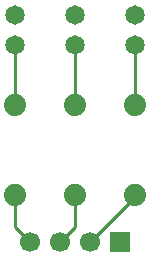
<source format=gtl>
G04 Layer: TopLayer*
G04 EasyEDA v6.2.46, 2019-12-16T18:13:11+02:00*
G04 4f520af787a2458aba7336f494d3e8d0,9a472788fb3748f5b1af1517000a09b8,10*
G04 Gerber Generator version 0.2*
G04 Scale: 100 percent, Rotated: No, Reflected: No *
G04 Dimensions in millimeters *
G04 leading zeros omitted , absolute positions ,3 integer and 3 decimal *
%FSLAX33Y33*%
%MOMM*%
G90*
G71D02*

%ADD10C,0.254000*%
%ADD11C,1.651000*%
%ADD12R,1.699997X1.699997*%
%ADD13C,1.699997*%
%ADD14C,1.879600*%

%LPD*%
G54D10*
G01X7620Y21590D02*
G01X7620Y16510D01*
G01X12700Y21590D02*
G01X12700Y16510D01*
G01X17780Y21590D02*
G01X17780Y16510D01*
G01X7620Y8890D02*
G01X7620Y6223D01*
G01X8890Y4953D01*
G01X12700Y8890D02*
G01X12700Y6223D01*
G01X11430Y4953D01*
G01X17780Y8890D02*
G01X17780Y8763D01*
G01X13970Y4953D01*
G54D11*
G01X7620Y21590D03*
G01X7620Y24130D03*
G01X12700Y21590D03*
G01X12700Y24130D03*
G01X17780Y21590D03*
G01X17780Y24130D03*
G54D12*
G01X16510Y4953D03*
G54D13*
G01X13970Y4953D03*
G01X11430Y4953D03*
G01X8890Y4953D03*
G54D14*
G01X7620Y8890D03*
G01X7620Y16510D03*
G01X12700Y8890D03*
G01X12700Y16510D03*
G01X17780Y8890D03*
G01X17780Y16510D03*
M00*
M02*

</source>
